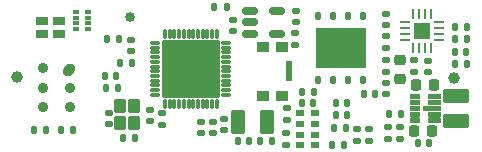
<source format=gbr>
G04 #@! TF.GenerationSoftware,KiCad,Pcbnew,6.0.9-8da3e8f707~116~ubuntu22.04.1*
G04 #@! TF.CreationDate,2022-12-14T18:32:49+01:00*
G04 #@! TF.ProjectId,nRF52832_qfaa,6e524635-3238-4333-925f-716661612e6b,rev?*
G04 #@! TF.SameCoordinates,Original*
G04 #@! TF.FileFunction,Soldermask,Top*
G04 #@! TF.FilePolarity,Negative*
%FSLAX45Y45*%
G04 Gerber Fmt 4.5, Leading zero omitted, Abs format (unit mm)*
G04 Created by KiCad (PCBNEW 6.0.9-8da3e8f707~116~ubuntu22.04.1) date 2022-12-14 18:32:49*
%MOMM*%
%LPD*%
G01*
G04 APERTURE LIST*
G04 Aperture macros list*
%AMRoundRect*
0 Rectangle with rounded corners*
0 $1 Rounding radius*
0 $2 $3 $4 $5 $6 $7 $8 $9 X,Y pos of 4 corners*
0 Add a 4 corners polygon primitive as box body*
4,1,4,$2,$3,$4,$5,$6,$7,$8,$9,$2,$3,0*
0 Add four circle primitives for the rounded corners*
1,1,$1+$1,$2,$3*
1,1,$1+$1,$4,$5*
1,1,$1+$1,$6,$7*
1,1,$1+$1,$8,$9*
0 Add four rect primitives between the rounded corners*
20,1,$1+$1,$2,$3,$4,$5,0*
20,1,$1+$1,$4,$5,$6,$7,0*
20,1,$1+$1,$6,$7,$8,$9,0*
20,1,$1+$1,$8,$9,$2,$3,0*%
%AMHorizOval*
0 Thick line with rounded ends*
0 $1 width*
0 $2 $3 position (X,Y) of the first rounded end (center of the circle)*
0 $4 $5 position (X,Y) of the second rounded end (center of the circle)*
0 Add line between two ends*
20,1,$1,$2,$3,$4,$5,0*
0 Add two circle primitives to create the rounded ends*
1,1,$1,$2,$3*
1,1,$1,$4,$5*%
G04 Aperture macros list end*
%ADD10C,0.010000*%
%ADD11RoundRect,0.101600X-0.425000X0.475000X-0.425000X-0.475000X0.425000X-0.475000X0.425000X0.475000X0*%
%ADD12RoundRect,0.140000X0.170000X-0.140000X0.170000X0.140000X-0.170000X0.140000X-0.170000X-0.140000X0*%
%ADD13RoundRect,0.140000X0.140000X0.170000X-0.140000X0.170000X-0.140000X-0.170000X0.140000X-0.170000X0*%
%ADD14RoundRect,0.140000X-0.170000X0.140000X-0.170000X-0.140000X0.170000X-0.140000X0.170000X0.140000X0*%
%ADD15RoundRect,0.140000X-0.140000X-0.170000X0.140000X-0.170000X0.140000X0.170000X-0.140000X0.170000X0*%
%ADD16RoundRect,0.101600X-0.500000X-0.900000X0.500000X-0.900000X0.500000X0.900000X-0.500000X0.900000X0*%
%ADD17R,1.000000X0.800000*%
%ADD18R,0.500000X0.400000*%
%ADD19R,0.500000X0.300000*%
%ADD20RoundRect,0.147500X0.147500X0.172500X-0.147500X0.172500X-0.147500X-0.172500X0.147500X-0.172500X0*%
%ADD21RoundRect,0.062500X-0.062500X0.375000X-0.062500X-0.375000X0.062500X-0.375000X0.062500X0.375000X0*%
%ADD22RoundRect,0.062500X-0.375000X0.062500X-0.375000X-0.062500X0.375000X-0.062500X0.375000X0.062500X0*%
%ADD23R,1.450000X1.450000*%
%ADD24RoundRect,0.135000X0.135000X0.185000X-0.135000X0.185000X-0.135000X-0.185000X0.135000X-0.185000X0*%
%ADD25RoundRect,0.135000X-0.185000X0.135000X-0.185000X-0.135000X0.185000X-0.135000X0.185000X0.135000X0*%
%ADD26RoundRect,0.218750X-0.256250X0.218750X-0.256250X-0.218750X0.256250X-0.218750X0.256250X0.218750X0*%
%ADD27RoundRect,0.131600X0.295000X0.070000X-0.295000X0.070000X-0.295000X-0.070000X0.295000X-0.070000X0*%
%ADD28RoundRect,0.131600X-0.070000X0.295000X-0.070000X-0.295000X0.070000X-0.295000X0.070000X0.295000X0*%
%ADD29RoundRect,0.131600X-0.295000X-0.070000X0.295000X-0.070000X0.295000X0.070000X-0.295000X0.070000X0*%
%ADD30RoundRect,0.131600X0.070000X-0.295000X0.070000X0.295000X-0.070000X0.295000X-0.070000X-0.295000X0*%
%ADD31RoundRect,0.101600X2.350000X-2.350000X2.350000X2.350000X-2.350000X2.350000X-2.350000X-2.350000X0*%
%ADD32C,1.111200*%
%ADD33C,0.910000*%
%ADD34HorizOval,0.910000X0.100000X0.100000X-0.100000X-0.100000X0*%
%ADD35C,1.000000*%
%ADD36RoundRect,0.125000X-0.125000X0.250000X-0.125000X-0.250000X0.125000X-0.250000X0.125000X0.250000X0*%
%ADD37R,4.300000X3.400000*%
%ADD38RoundRect,0.135000X-0.135000X-0.185000X0.135000X-0.185000X0.135000X0.185000X-0.135000X0.185000X0*%
%ADD39R,1.000000X0.900000*%
%ADD40R,0.550000X1.700000*%
%ADD41RoundRect,0.135000X0.185000X-0.135000X0.185000X0.135000X-0.185000X0.135000X-0.185000X-0.135000X0*%
%ADD42C,0.850000*%
%ADD43RoundRect,0.250000X0.850000X-0.375000X0.850000X0.375000X-0.850000X0.375000X-0.850000X-0.375000X0*%
%ADD44RoundRect,0.225000X0.225000X0.250000X-0.225000X0.250000X-0.225000X-0.250000X0.225000X-0.250000X0*%
%ADD45R,0.800000X0.500000*%
%ADD46RoundRect,0.150000X-0.512500X-0.150000X0.512500X-0.150000X0.512500X0.150000X-0.512500X0.150000X0*%
G04 APERTURE END LIST*
G36*
X6664420Y-3725360D02*
G01*
X6665020Y-3725360D01*
X6665620Y-3725560D01*
X6666220Y-3725660D01*
X6668020Y-3726260D01*
X6668520Y-3726560D01*
X6669120Y-3726860D01*
X6669620Y-3727160D01*
X6670220Y-3727560D01*
X6670720Y-3727960D01*
X6671120Y-3728360D01*
X6671620Y-3728760D01*
X6672020Y-3729260D01*
X6672420Y-3729660D01*
X6672820Y-3730160D01*
X6673220Y-3730760D01*
X6673520Y-3731260D01*
X6673820Y-3731860D01*
X6674120Y-3732360D01*
X6674720Y-3734160D01*
X6674820Y-3734760D01*
X6675020Y-3735360D01*
X6675020Y-3735960D01*
X6675120Y-3736660D01*
X6675120Y-3752860D01*
X6675020Y-3753560D01*
X6675020Y-3754160D01*
X6674820Y-3754760D01*
X6674720Y-3755360D01*
X6674120Y-3757160D01*
X6673820Y-3757660D01*
X6673520Y-3758260D01*
X6673220Y-3758760D01*
X6672820Y-3759360D01*
X6672420Y-3759860D01*
X6672020Y-3760260D01*
X6671620Y-3760760D01*
X6671120Y-3761160D01*
X6670720Y-3761560D01*
X6670220Y-3761960D01*
X6669620Y-3762360D01*
X6669120Y-3762660D01*
X6668520Y-3762960D01*
X6668020Y-3763260D01*
X6666220Y-3763860D01*
X6665620Y-3763960D01*
X6665020Y-3764160D01*
X6664420Y-3764160D01*
X6663720Y-3764260D01*
X6582520Y-3764260D01*
X6581820Y-3764160D01*
X6581220Y-3764160D01*
X6580620Y-3763960D01*
X6580020Y-3763860D01*
X6578220Y-3763260D01*
X6577720Y-3762960D01*
X6577120Y-3762660D01*
X6576620Y-3762360D01*
X6576020Y-3761960D01*
X6575520Y-3761560D01*
X6575120Y-3761160D01*
X6574620Y-3760760D01*
X6574220Y-3760260D01*
X6573820Y-3759860D01*
X6573420Y-3759360D01*
X6573020Y-3758760D01*
X6572720Y-3758260D01*
X6572420Y-3757660D01*
X6572120Y-3757160D01*
X6571520Y-3755360D01*
X6571420Y-3754760D01*
X6571220Y-3754160D01*
X6571220Y-3753560D01*
X6571120Y-3752860D01*
X6571120Y-3736660D01*
X6571220Y-3735960D01*
X6571220Y-3735360D01*
X6571420Y-3734760D01*
X6571520Y-3734160D01*
X6572120Y-3732360D01*
X6572420Y-3731860D01*
X6572720Y-3731260D01*
X6573020Y-3730760D01*
X6573420Y-3730160D01*
X6573820Y-3729660D01*
X6574220Y-3729260D01*
X6574620Y-3728760D01*
X6575120Y-3728360D01*
X6575520Y-3727960D01*
X6576020Y-3727560D01*
X6576620Y-3727160D01*
X6577120Y-3726860D01*
X6577720Y-3726560D01*
X6578220Y-3726260D01*
X6580020Y-3725660D01*
X6580620Y-3725560D01*
X6581220Y-3725360D01*
X6581820Y-3725360D01*
X6582520Y-3725260D01*
X6663720Y-3725260D01*
X6664420Y-3725360D01*
G37*
D10*
X6664420Y-3725360D02*
X6665020Y-3725360D01*
X6665620Y-3725560D01*
X6666220Y-3725660D01*
X6668020Y-3726260D01*
X6668520Y-3726560D01*
X6669120Y-3726860D01*
X6669620Y-3727160D01*
X6670220Y-3727560D01*
X6670720Y-3727960D01*
X6671120Y-3728360D01*
X6671620Y-3728760D01*
X6672020Y-3729260D01*
X6672420Y-3729660D01*
X6672820Y-3730160D01*
X6673220Y-3730760D01*
X6673520Y-3731260D01*
X6673820Y-3731860D01*
X6674120Y-3732360D01*
X6674720Y-3734160D01*
X6674820Y-3734760D01*
X6675020Y-3735360D01*
X6675020Y-3735960D01*
X6675120Y-3736660D01*
X6675120Y-3752860D01*
X6675020Y-3753560D01*
X6675020Y-3754160D01*
X6674820Y-3754760D01*
X6674720Y-3755360D01*
X6674120Y-3757160D01*
X6673820Y-3757660D01*
X6673520Y-3758260D01*
X6673220Y-3758760D01*
X6672820Y-3759360D01*
X6672420Y-3759860D01*
X6672020Y-3760260D01*
X6671620Y-3760760D01*
X6671120Y-3761160D01*
X6670720Y-3761560D01*
X6670220Y-3761960D01*
X6669620Y-3762360D01*
X6669120Y-3762660D01*
X6668520Y-3762960D01*
X6668020Y-3763260D01*
X6666220Y-3763860D01*
X6665620Y-3763960D01*
X6665020Y-3764160D01*
X6664420Y-3764160D01*
X6663720Y-3764260D01*
X6582520Y-3764260D01*
X6581820Y-3764160D01*
X6581220Y-3764160D01*
X6580620Y-3763960D01*
X6580020Y-3763860D01*
X6578220Y-3763260D01*
X6577720Y-3762960D01*
X6577120Y-3762660D01*
X6576620Y-3762360D01*
X6576020Y-3761960D01*
X6575520Y-3761560D01*
X6575120Y-3761160D01*
X6574620Y-3760760D01*
X6574220Y-3760260D01*
X6573820Y-3759860D01*
X6573420Y-3759360D01*
X6573020Y-3758760D01*
X6572720Y-3758260D01*
X6572420Y-3757660D01*
X6572120Y-3757160D01*
X6571520Y-3755360D01*
X6571420Y-3754760D01*
X6571220Y-3754160D01*
X6571220Y-3753560D01*
X6571120Y-3752860D01*
X6571120Y-3736660D01*
X6571220Y-3735960D01*
X6571220Y-3735360D01*
X6571420Y-3734760D01*
X6571520Y-3734160D01*
X6572120Y-3732360D01*
X6572420Y-3731860D01*
X6572720Y-3731260D01*
X6573020Y-3730760D01*
X6573420Y-3730160D01*
X6573820Y-3729660D01*
X6574220Y-3729260D01*
X6574620Y-3728760D01*
X6575120Y-3728360D01*
X6575520Y-3727960D01*
X6576020Y-3727560D01*
X6576620Y-3727160D01*
X6577120Y-3726860D01*
X6577720Y-3726560D01*
X6578220Y-3726260D01*
X6580020Y-3725660D01*
X6580620Y-3725560D01*
X6581220Y-3725360D01*
X6581820Y-3725360D01*
X6582520Y-3725260D01*
X6663720Y-3725260D01*
X6664420Y-3725360D01*
G36*
X6484420Y-3675360D02*
G01*
X6485020Y-3675360D01*
X6485620Y-3675560D01*
X6486220Y-3675660D01*
X6488020Y-3676260D01*
X6488520Y-3676560D01*
X6489120Y-3676860D01*
X6489620Y-3677160D01*
X6490220Y-3677560D01*
X6490720Y-3677960D01*
X6491120Y-3678360D01*
X6491620Y-3678760D01*
X6492020Y-3679260D01*
X6492420Y-3679660D01*
X6492820Y-3680160D01*
X6493220Y-3680760D01*
X6493520Y-3681260D01*
X6493820Y-3681860D01*
X6494120Y-3682360D01*
X6494720Y-3684160D01*
X6494820Y-3684760D01*
X6495020Y-3685360D01*
X6495020Y-3685960D01*
X6495120Y-3686660D01*
X6495120Y-3702860D01*
X6495020Y-3703560D01*
X6495020Y-3704160D01*
X6494820Y-3704760D01*
X6494720Y-3705360D01*
X6494120Y-3707160D01*
X6493820Y-3707660D01*
X6493520Y-3708260D01*
X6493220Y-3708760D01*
X6492820Y-3709360D01*
X6492420Y-3709860D01*
X6492020Y-3710260D01*
X6491620Y-3710760D01*
X6491120Y-3711160D01*
X6490720Y-3711560D01*
X6490220Y-3711960D01*
X6489620Y-3712360D01*
X6489120Y-3712660D01*
X6488520Y-3712960D01*
X6488020Y-3713260D01*
X6486220Y-3713860D01*
X6485620Y-3713960D01*
X6485020Y-3714160D01*
X6484420Y-3714160D01*
X6483720Y-3714260D01*
X6432520Y-3714260D01*
X6431820Y-3714160D01*
X6431220Y-3714160D01*
X6430620Y-3713960D01*
X6430020Y-3713860D01*
X6428220Y-3713260D01*
X6427720Y-3712960D01*
X6427120Y-3712660D01*
X6426620Y-3712360D01*
X6426020Y-3711960D01*
X6425520Y-3711560D01*
X6425120Y-3711160D01*
X6424620Y-3710760D01*
X6424220Y-3710260D01*
X6423820Y-3709860D01*
X6423420Y-3709360D01*
X6423020Y-3708760D01*
X6422720Y-3708260D01*
X6422420Y-3707660D01*
X6422120Y-3707160D01*
X6421520Y-3705360D01*
X6421420Y-3704760D01*
X6421220Y-3704160D01*
X6421220Y-3703560D01*
X6421120Y-3702860D01*
X6421120Y-3686660D01*
X6421220Y-3685960D01*
X6421220Y-3685360D01*
X6421420Y-3684760D01*
X6421520Y-3684160D01*
X6422120Y-3682360D01*
X6422420Y-3681860D01*
X6422720Y-3681260D01*
X6423020Y-3680760D01*
X6423420Y-3680160D01*
X6423820Y-3679660D01*
X6424220Y-3679260D01*
X6424620Y-3678760D01*
X6425120Y-3678360D01*
X6425520Y-3677960D01*
X6426020Y-3677560D01*
X6426620Y-3677160D01*
X6427120Y-3676860D01*
X6427720Y-3676560D01*
X6428220Y-3676260D01*
X6430020Y-3675660D01*
X6430620Y-3675560D01*
X6431220Y-3675360D01*
X6431820Y-3675360D01*
X6432520Y-3675260D01*
X6483720Y-3675260D01*
X6484420Y-3675360D01*
G37*
X6484420Y-3675360D02*
X6485020Y-3675360D01*
X6485620Y-3675560D01*
X6486220Y-3675660D01*
X6488020Y-3676260D01*
X6488520Y-3676560D01*
X6489120Y-3676860D01*
X6489620Y-3677160D01*
X6490220Y-3677560D01*
X6490720Y-3677960D01*
X6491120Y-3678360D01*
X6491620Y-3678760D01*
X6492020Y-3679260D01*
X6492420Y-3679660D01*
X6492820Y-3680160D01*
X6493220Y-3680760D01*
X6493520Y-3681260D01*
X6493820Y-3681860D01*
X6494120Y-3682360D01*
X6494720Y-3684160D01*
X6494820Y-3684760D01*
X6495020Y-3685360D01*
X6495020Y-3685960D01*
X6495120Y-3686660D01*
X6495120Y-3702860D01*
X6495020Y-3703560D01*
X6495020Y-3704160D01*
X6494820Y-3704760D01*
X6494720Y-3705360D01*
X6494120Y-3707160D01*
X6493820Y-3707660D01*
X6493520Y-3708260D01*
X6493220Y-3708760D01*
X6492820Y-3709360D01*
X6492420Y-3709860D01*
X6492020Y-3710260D01*
X6491620Y-3710760D01*
X6491120Y-3711160D01*
X6490720Y-3711560D01*
X6490220Y-3711960D01*
X6489620Y-3712360D01*
X6489120Y-3712660D01*
X6488520Y-3712960D01*
X6488020Y-3713260D01*
X6486220Y-3713860D01*
X6485620Y-3713960D01*
X6485020Y-3714160D01*
X6484420Y-3714160D01*
X6483720Y-3714260D01*
X6432520Y-3714260D01*
X6431820Y-3714160D01*
X6431220Y-3714160D01*
X6430620Y-3713960D01*
X6430020Y-3713860D01*
X6428220Y-3713260D01*
X6427720Y-3712960D01*
X6427120Y-3712660D01*
X6426620Y-3712360D01*
X6426020Y-3711960D01*
X6425520Y-3711560D01*
X6425120Y-3711160D01*
X6424620Y-3710760D01*
X6424220Y-3710260D01*
X6423820Y-3709860D01*
X6423420Y-3709360D01*
X6423020Y-3708760D01*
X6422720Y-3708260D01*
X6422420Y-3707660D01*
X6422120Y-3707160D01*
X6421520Y-3705360D01*
X6421420Y-3704760D01*
X6421220Y-3704160D01*
X6421220Y-3703560D01*
X6421120Y-3702860D01*
X6421120Y-3686660D01*
X6421220Y-3685960D01*
X6421220Y-3685360D01*
X6421420Y-3684760D01*
X6421520Y-3684160D01*
X6422120Y-3682360D01*
X6422420Y-3681860D01*
X6422720Y-3681260D01*
X6423020Y-3680760D01*
X6423420Y-3680160D01*
X6423820Y-3679660D01*
X6424220Y-3679260D01*
X6424620Y-3678760D01*
X6425120Y-3678360D01*
X6425520Y-3677960D01*
X6426020Y-3677560D01*
X6426620Y-3677160D01*
X6427120Y-3676860D01*
X6427720Y-3676560D01*
X6428220Y-3676260D01*
X6430020Y-3675660D01*
X6430620Y-3675560D01*
X6431220Y-3675360D01*
X6431820Y-3675360D01*
X6432520Y-3675260D01*
X6483720Y-3675260D01*
X6484420Y-3675360D01*
G36*
X6484420Y-3725360D02*
G01*
X6485020Y-3725360D01*
X6485620Y-3725560D01*
X6486220Y-3725660D01*
X6488020Y-3726260D01*
X6488520Y-3726560D01*
X6489120Y-3726860D01*
X6489620Y-3727160D01*
X6490220Y-3727560D01*
X6490720Y-3727960D01*
X6491120Y-3728360D01*
X6491620Y-3728760D01*
X6492020Y-3729260D01*
X6492420Y-3729660D01*
X6492820Y-3730160D01*
X6493220Y-3730760D01*
X6493520Y-3731260D01*
X6493820Y-3731860D01*
X6494120Y-3732360D01*
X6494720Y-3734160D01*
X6494820Y-3734760D01*
X6495020Y-3735360D01*
X6495020Y-3735960D01*
X6495120Y-3736660D01*
X6495120Y-3752860D01*
X6495020Y-3753560D01*
X6495020Y-3754160D01*
X6494820Y-3754760D01*
X6494720Y-3755360D01*
X6494120Y-3757160D01*
X6493820Y-3757660D01*
X6493520Y-3758260D01*
X6493220Y-3758760D01*
X6492820Y-3759360D01*
X6492420Y-3759860D01*
X6492020Y-3760260D01*
X6491620Y-3760760D01*
X6491120Y-3761160D01*
X6490720Y-3761560D01*
X6490220Y-3761960D01*
X6489620Y-3762360D01*
X6489120Y-3762660D01*
X6488520Y-3762960D01*
X6488020Y-3763260D01*
X6486220Y-3763860D01*
X6485620Y-3763960D01*
X6485020Y-3764160D01*
X6484420Y-3764160D01*
X6483720Y-3764260D01*
X6432520Y-3764260D01*
X6431820Y-3764160D01*
X6431220Y-3764160D01*
X6430620Y-3763960D01*
X6430020Y-3763860D01*
X6428220Y-3763260D01*
X6427720Y-3762960D01*
X6427120Y-3762660D01*
X6426620Y-3762360D01*
X6426020Y-3761960D01*
X6425520Y-3761560D01*
X6425120Y-3761160D01*
X6424620Y-3760760D01*
X6424220Y-3760260D01*
X6423820Y-3759860D01*
X6423420Y-3759360D01*
X6423020Y-3758760D01*
X6422720Y-3758260D01*
X6422420Y-3757660D01*
X6422120Y-3757160D01*
X6421520Y-3755360D01*
X6421420Y-3754760D01*
X6421220Y-3754160D01*
X6421220Y-3753560D01*
X6421120Y-3752860D01*
X6421120Y-3736660D01*
X6421220Y-3735960D01*
X6421220Y-3735360D01*
X6421420Y-3734760D01*
X6421520Y-3734160D01*
X6422120Y-3732360D01*
X6422420Y-3731860D01*
X6422720Y-3731260D01*
X6423020Y-3730760D01*
X6423420Y-3730160D01*
X6423820Y-3729660D01*
X6424220Y-3729260D01*
X6424620Y-3728760D01*
X6425120Y-3728360D01*
X6425520Y-3727960D01*
X6426020Y-3727560D01*
X6426620Y-3727160D01*
X6427120Y-3726860D01*
X6427720Y-3726560D01*
X6428220Y-3726260D01*
X6430020Y-3725660D01*
X6430620Y-3725560D01*
X6431220Y-3725360D01*
X6431820Y-3725360D01*
X6432520Y-3725260D01*
X6483720Y-3725260D01*
X6484420Y-3725360D01*
G37*
X6484420Y-3725360D02*
X6485020Y-3725360D01*
X6485620Y-3725560D01*
X6486220Y-3725660D01*
X6488020Y-3726260D01*
X6488520Y-3726560D01*
X6489120Y-3726860D01*
X6489620Y-3727160D01*
X6490220Y-3727560D01*
X6490720Y-3727960D01*
X6491120Y-3728360D01*
X6491620Y-3728760D01*
X6492020Y-3729260D01*
X6492420Y-3729660D01*
X6492820Y-3730160D01*
X6493220Y-3730760D01*
X6493520Y-3731260D01*
X6493820Y-3731860D01*
X6494120Y-3732360D01*
X6494720Y-3734160D01*
X6494820Y-3734760D01*
X6495020Y-3735360D01*
X6495020Y-3735960D01*
X6495120Y-3736660D01*
X6495120Y-3752860D01*
X6495020Y-3753560D01*
X6495020Y-3754160D01*
X6494820Y-3754760D01*
X6494720Y-3755360D01*
X6494120Y-3757160D01*
X6493820Y-3757660D01*
X6493520Y-3758260D01*
X6493220Y-3758760D01*
X6492820Y-3759360D01*
X6492420Y-3759860D01*
X6492020Y-3760260D01*
X6491620Y-3760760D01*
X6491120Y-3761160D01*
X6490720Y-3761560D01*
X6490220Y-3761960D01*
X6489620Y-3762360D01*
X6489120Y-3762660D01*
X6488520Y-3762960D01*
X6488020Y-3763260D01*
X6486220Y-3763860D01*
X6485620Y-3763960D01*
X6485020Y-3764160D01*
X6484420Y-3764160D01*
X6483720Y-3764260D01*
X6432520Y-3764260D01*
X6431820Y-3764160D01*
X6431220Y-3764160D01*
X6430620Y-3763960D01*
X6430020Y-3763860D01*
X6428220Y-3763260D01*
X6427720Y-3762960D01*
X6427120Y-3762660D01*
X6426620Y-3762360D01*
X6426020Y-3761960D01*
X6425520Y-3761560D01*
X6425120Y-3761160D01*
X6424620Y-3760760D01*
X6424220Y-3760260D01*
X6423820Y-3759860D01*
X6423420Y-3759360D01*
X6423020Y-3758760D01*
X6422720Y-3758260D01*
X6422420Y-3757660D01*
X6422120Y-3757160D01*
X6421520Y-3755360D01*
X6421420Y-3754760D01*
X6421220Y-3754160D01*
X6421220Y-3753560D01*
X6421120Y-3752860D01*
X6421120Y-3736660D01*
X6421220Y-3735960D01*
X6421220Y-3735360D01*
X6421420Y-3734760D01*
X6421520Y-3734160D01*
X6422120Y-3732360D01*
X6422420Y-3731860D01*
X6422720Y-3731260D01*
X6423020Y-3730760D01*
X6423420Y-3730160D01*
X6423820Y-3729660D01*
X6424220Y-3729260D01*
X6424620Y-3728760D01*
X6425120Y-3728360D01*
X6425520Y-3727960D01*
X6426020Y-3727560D01*
X6426620Y-3727160D01*
X6427120Y-3726860D01*
X6427720Y-3726560D01*
X6428220Y-3726260D01*
X6430020Y-3725660D01*
X6430620Y-3725560D01*
X6431220Y-3725360D01*
X6431820Y-3725360D01*
X6432520Y-3725260D01*
X6483720Y-3725260D01*
X6484420Y-3725360D01*
G36*
X6664420Y-3675360D02*
G01*
X6665020Y-3675360D01*
X6665620Y-3675560D01*
X6666220Y-3675660D01*
X6668020Y-3676260D01*
X6668520Y-3676560D01*
X6669120Y-3676860D01*
X6669620Y-3677160D01*
X6670220Y-3677560D01*
X6670720Y-3677960D01*
X6671120Y-3678360D01*
X6671620Y-3678760D01*
X6672020Y-3679260D01*
X6672420Y-3679660D01*
X6672820Y-3680160D01*
X6673220Y-3680760D01*
X6673520Y-3681260D01*
X6673820Y-3681860D01*
X6674120Y-3682360D01*
X6674720Y-3684160D01*
X6674820Y-3684760D01*
X6675020Y-3685360D01*
X6675020Y-3685960D01*
X6675120Y-3686660D01*
X6675120Y-3702860D01*
X6675020Y-3703560D01*
X6675020Y-3704160D01*
X6674820Y-3704760D01*
X6674720Y-3705360D01*
X6674120Y-3707160D01*
X6673820Y-3707660D01*
X6673520Y-3708260D01*
X6673220Y-3708760D01*
X6672820Y-3709360D01*
X6672420Y-3709860D01*
X6672020Y-3710260D01*
X6671620Y-3710760D01*
X6671120Y-3711160D01*
X6670720Y-3711560D01*
X6670220Y-3711960D01*
X6669620Y-3712360D01*
X6669120Y-3712660D01*
X6668520Y-3712960D01*
X6668020Y-3713260D01*
X6666220Y-3713860D01*
X6665620Y-3713960D01*
X6665020Y-3714160D01*
X6664420Y-3714160D01*
X6663720Y-3714260D01*
X6582520Y-3714260D01*
X6581820Y-3714160D01*
X6581220Y-3714160D01*
X6580620Y-3713960D01*
X6580020Y-3713860D01*
X6578220Y-3713260D01*
X6577720Y-3712960D01*
X6577120Y-3712660D01*
X6576620Y-3712360D01*
X6576020Y-3711960D01*
X6575520Y-3711560D01*
X6575120Y-3711160D01*
X6574620Y-3710760D01*
X6574220Y-3710260D01*
X6573820Y-3709860D01*
X6573420Y-3709360D01*
X6573020Y-3708760D01*
X6572720Y-3708260D01*
X6572420Y-3707660D01*
X6572120Y-3707160D01*
X6571520Y-3705360D01*
X6571420Y-3704760D01*
X6571220Y-3704160D01*
X6571220Y-3703560D01*
X6571120Y-3702860D01*
X6571120Y-3686660D01*
X6571220Y-3685960D01*
X6571220Y-3685360D01*
X6571420Y-3684760D01*
X6571520Y-3684160D01*
X6572120Y-3682360D01*
X6572420Y-3681860D01*
X6572720Y-3681260D01*
X6573020Y-3680760D01*
X6573420Y-3680160D01*
X6573820Y-3679660D01*
X6574220Y-3679260D01*
X6574620Y-3678760D01*
X6575120Y-3678360D01*
X6575520Y-3677960D01*
X6576020Y-3677560D01*
X6576620Y-3677160D01*
X6577120Y-3676860D01*
X6577720Y-3676560D01*
X6578220Y-3676260D01*
X6580020Y-3675660D01*
X6580620Y-3675560D01*
X6581220Y-3675360D01*
X6581820Y-3675360D01*
X6582520Y-3675260D01*
X6663720Y-3675260D01*
X6664420Y-3675360D01*
G37*
X6664420Y-3675360D02*
X6665020Y-3675360D01*
X6665620Y-3675560D01*
X6666220Y-3675660D01*
X6668020Y-3676260D01*
X6668520Y-3676560D01*
X6669120Y-3676860D01*
X6669620Y-3677160D01*
X6670220Y-3677560D01*
X6670720Y-3677960D01*
X6671120Y-3678360D01*
X6671620Y-3678760D01*
X6672020Y-3679260D01*
X6672420Y-3679660D01*
X6672820Y-3680160D01*
X6673220Y-3680760D01*
X6673520Y-3681260D01*
X6673820Y-3681860D01*
X6674120Y-3682360D01*
X6674720Y-3684160D01*
X6674820Y-3684760D01*
X6675020Y-3685360D01*
X6675020Y-3685960D01*
X6675120Y-3686660D01*
X6675120Y-3702860D01*
X6675020Y-3703560D01*
X6675020Y-3704160D01*
X6674820Y-3704760D01*
X6674720Y-3705360D01*
X6674120Y-3707160D01*
X6673820Y-3707660D01*
X6673520Y-3708260D01*
X6673220Y-3708760D01*
X6672820Y-3709360D01*
X6672420Y-3709860D01*
X6672020Y-3710260D01*
X6671620Y-3710760D01*
X6671120Y-3711160D01*
X6670720Y-3711560D01*
X6670220Y-3711960D01*
X6669620Y-3712360D01*
X6669120Y-3712660D01*
X6668520Y-3712960D01*
X6668020Y-3713260D01*
X6666220Y-3713860D01*
X6665620Y-3713960D01*
X6665020Y-3714160D01*
X6664420Y-3714160D01*
X6663720Y-3714260D01*
X6582520Y-3714260D01*
X6581820Y-3714160D01*
X6581220Y-3714160D01*
X6580620Y-3713960D01*
X6580020Y-3713860D01*
X6578220Y-3713260D01*
X6577720Y-3712960D01*
X6577120Y-3712660D01*
X6576620Y-3712360D01*
X6576020Y-3711960D01*
X6575520Y-3711560D01*
X6575120Y-3711160D01*
X6574620Y-3710760D01*
X6574220Y-3710260D01*
X6573820Y-3709860D01*
X6573420Y-3709360D01*
X6573020Y-3708760D01*
X6572720Y-3708260D01*
X6572420Y-3707660D01*
X6572120Y-3707160D01*
X6571520Y-3705360D01*
X6571420Y-3704760D01*
X6571220Y-3704160D01*
X6571220Y-3703560D01*
X6571120Y-3702860D01*
X6571120Y-3686660D01*
X6571220Y-3685960D01*
X6571220Y-3685360D01*
X6571420Y-3684760D01*
X6571520Y-3684160D01*
X6572120Y-3682360D01*
X6572420Y-3681860D01*
X6572720Y-3681260D01*
X6573020Y-3680760D01*
X6573420Y-3680160D01*
X6573820Y-3679660D01*
X6574220Y-3679260D01*
X6574620Y-3678760D01*
X6575120Y-3678360D01*
X6575520Y-3677960D01*
X6576020Y-3677560D01*
X6576620Y-3677160D01*
X6577120Y-3676860D01*
X6577720Y-3676560D01*
X6578220Y-3676260D01*
X6580020Y-3675660D01*
X6580620Y-3675560D01*
X6581220Y-3675360D01*
X6581820Y-3675360D01*
X6582520Y-3675260D01*
X6663720Y-3675260D01*
X6664420Y-3675360D01*
G36*
X6664420Y-3775360D02*
G01*
X6665020Y-3775360D01*
X6665620Y-3775560D01*
X6666220Y-3775660D01*
X6668020Y-3776260D01*
X6668520Y-3776560D01*
X6669120Y-3776860D01*
X6669620Y-3777160D01*
X6670220Y-3777560D01*
X6670720Y-3777960D01*
X6671120Y-3778360D01*
X6671620Y-3778760D01*
X6672020Y-3779260D01*
X6672420Y-3779660D01*
X6672820Y-3780160D01*
X6673220Y-3780760D01*
X6673520Y-3781260D01*
X6673820Y-3781860D01*
X6674120Y-3782360D01*
X6674720Y-3784160D01*
X6674820Y-3784760D01*
X6675020Y-3785360D01*
X6675020Y-3785960D01*
X6675120Y-3786660D01*
X6675120Y-3802860D01*
X6675020Y-3803560D01*
X6675020Y-3804160D01*
X6674820Y-3804760D01*
X6674720Y-3805360D01*
X6674120Y-3807160D01*
X6673820Y-3807660D01*
X6673520Y-3808260D01*
X6673220Y-3808760D01*
X6672820Y-3809360D01*
X6672420Y-3809860D01*
X6672020Y-3810260D01*
X6671620Y-3810760D01*
X6671120Y-3811160D01*
X6670720Y-3811560D01*
X6670220Y-3811960D01*
X6669620Y-3812360D01*
X6669120Y-3812660D01*
X6668520Y-3812960D01*
X6668020Y-3813260D01*
X6666220Y-3813860D01*
X6665620Y-3813960D01*
X6665020Y-3814160D01*
X6664420Y-3814160D01*
X6663720Y-3814260D01*
X6542520Y-3814260D01*
X6541820Y-3814160D01*
X6541220Y-3814160D01*
X6540620Y-3813960D01*
X6540020Y-3813860D01*
X6538220Y-3813260D01*
X6537720Y-3812960D01*
X6537120Y-3812660D01*
X6536620Y-3812360D01*
X6536020Y-3811960D01*
X6535520Y-3811560D01*
X6535120Y-3811160D01*
X6534620Y-3810760D01*
X6534220Y-3810260D01*
X6533820Y-3809860D01*
X6533420Y-3809360D01*
X6533020Y-3808760D01*
X6532720Y-3808260D01*
X6532420Y-3807660D01*
X6532120Y-3807160D01*
X6531520Y-3805360D01*
X6531420Y-3804760D01*
X6531220Y-3804160D01*
X6531220Y-3803560D01*
X6531120Y-3802860D01*
X6531120Y-3786660D01*
X6531220Y-3785960D01*
X6531220Y-3785360D01*
X6531420Y-3784760D01*
X6531520Y-3784160D01*
X6532120Y-3782360D01*
X6532420Y-3781860D01*
X6532720Y-3781260D01*
X6533020Y-3780760D01*
X6533420Y-3780160D01*
X6533820Y-3779660D01*
X6534220Y-3779260D01*
X6534620Y-3778760D01*
X6535120Y-3778360D01*
X6535520Y-3777960D01*
X6536020Y-3777560D01*
X6536620Y-3777160D01*
X6537120Y-3776860D01*
X6537720Y-3776560D01*
X6538220Y-3776260D01*
X6540020Y-3775660D01*
X6540620Y-3775560D01*
X6541220Y-3775360D01*
X6541820Y-3775360D01*
X6542520Y-3775260D01*
X6663720Y-3775260D01*
X6664420Y-3775360D01*
G37*
X6664420Y-3775360D02*
X6665020Y-3775360D01*
X6665620Y-3775560D01*
X6666220Y-3775660D01*
X6668020Y-3776260D01*
X6668520Y-3776560D01*
X6669120Y-3776860D01*
X6669620Y-3777160D01*
X6670220Y-3777560D01*
X6670720Y-3777960D01*
X6671120Y-3778360D01*
X6671620Y-3778760D01*
X6672020Y-3779260D01*
X6672420Y-3779660D01*
X6672820Y-3780160D01*
X6673220Y-3780760D01*
X6673520Y-3781260D01*
X6673820Y-3781860D01*
X6674120Y-3782360D01*
X6674720Y-3784160D01*
X6674820Y-3784760D01*
X6675020Y-3785360D01*
X6675020Y-3785960D01*
X6675120Y-3786660D01*
X6675120Y-3802860D01*
X6675020Y-3803560D01*
X6675020Y-3804160D01*
X6674820Y-3804760D01*
X6674720Y-3805360D01*
X6674120Y-3807160D01*
X6673820Y-3807660D01*
X6673520Y-3808260D01*
X6673220Y-3808760D01*
X6672820Y-3809360D01*
X6672420Y-3809860D01*
X6672020Y-3810260D01*
X6671620Y-3810760D01*
X6671120Y-3811160D01*
X6670720Y-3811560D01*
X6670220Y-3811960D01*
X6669620Y-3812360D01*
X6669120Y-3812660D01*
X6668520Y-3812960D01*
X6668020Y-3813260D01*
X6666220Y-3813860D01*
X6665620Y-3813960D01*
X6665020Y-3814160D01*
X6664420Y-3814160D01*
X6663720Y-3814260D01*
X6542520Y-3814260D01*
X6541820Y-3814160D01*
X6541220Y-3814160D01*
X6540620Y-3813960D01*
X6540020Y-3813860D01*
X6538220Y-3813260D01*
X6537720Y-3812960D01*
X6537120Y-3812660D01*
X6536620Y-3812360D01*
X6536020Y-3811960D01*
X6535520Y-3811560D01*
X6535120Y-3811160D01*
X6534620Y-3810760D01*
X6534220Y-3810260D01*
X6533820Y-3809860D01*
X6533420Y-3809360D01*
X6533020Y-3808760D01*
X6532720Y-3808260D01*
X6532420Y-3807660D01*
X6532120Y-3807160D01*
X6531520Y-3805360D01*
X6531420Y-3804760D01*
X6531220Y-3804160D01*
X6531220Y-3803560D01*
X6531120Y-3802860D01*
X6531120Y-3786660D01*
X6531220Y-3785960D01*
X6531220Y-3785360D01*
X6531420Y-3784760D01*
X6531520Y-3784160D01*
X6532120Y-3782360D01*
X6532420Y-3781860D01*
X6532720Y-3781260D01*
X6533020Y-3780760D01*
X6533420Y-3780160D01*
X6533820Y-3779660D01*
X6534220Y-3779260D01*
X6534620Y-3778760D01*
X6535120Y-3778360D01*
X6535520Y-3777960D01*
X6536020Y-3777560D01*
X6536620Y-3777160D01*
X6537120Y-3776860D01*
X6537720Y-3776560D01*
X6538220Y-3776260D01*
X6540020Y-3775660D01*
X6540620Y-3775560D01*
X6541220Y-3775360D01*
X6541820Y-3775360D01*
X6542520Y-3775260D01*
X6663720Y-3775260D01*
X6664420Y-3775360D01*
G36*
X6484420Y-3775360D02*
G01*
X6485020Y-3775360D01*
X6485620Y-3775560D01*
X6486220Y-3775660D01*
X6488020Y-3776260D01*
X6488520Y-3776560D01*
X6489120Y-3776860D01*
X6489620Y-3777160D01*
X6490220Y-3777560D01*
X6490720Y-3777960D01*
X6491120Y-3778360D01*
X6491620Y-3778760D01*
X6492020Y-3779260D01*
X6492420Y-3779660D01*
X6492820Y-3780160D01*
X6493220Y-3780760D01*
X6493520Y-3781260D01*
X6493820Y-3781860D01*
X6494120Y-3782360D01*
X6494720Y-3784160D01*
X6494820Y-3784760D01*
X6495020Y-3785360D01*
X6495020Y-3785960D01*
X6495120Y-3786660D01*
X6495120Y-3802860D01*
X6495020Y-3803560D01*
X6495020Y-3804160D01*
X6494820Y-3804760D01*
X6494720Y-3805360D01*
X6494120Y-3807160D01*
X6493820Y-3807660D01*
X6493520Y-3808260D01*
X6493220Y-3808760D01*
X6492820Y-3809360D01*
X6492420Y-3809860D01*
X6492020Y-3810260D01*
X6491620Y-3810760D01*
X6491120Y-3811160D01*
X6490720Y-3811560D01*
X6490220Y-3811960D01*
X6489620Y-3812360D01*
X6489120Y-3812660D01*
X6488520Y-3812960D01*
X6488020Y-3813260D01*
X6486220Y-3813860D01*
X6485620Y-3813960D01*
X6485020Y-3814160D01*
X6484420Y-3814160D01*
X6483720Y-3814260D01*
X6432520Y-3814260D01*
X6431820Y-3814160D01*
X6431220Y-3814160D01*
X6430620Y-3813960D01*
X6430020Y-3813860D01*
X6428220Y-3813260D01*
X6427720Y-3812960D01*
X6427120Y-3812660D01*
X6426620Y-3812360D01*
X6426020Y-3811960D01*
X6425520Y-3811560D01*
X6425120Y-3811160D01*
X6424620Y-3810760D01*
X6424220Y-3810260D01*
X6423820Y-3809860D01*
X6423420Y-3809360D01*
X6423020Y-3808760D01*
X6422720Y-3808260D01*
X6422420Y-3807660D01*
X6422120Y-3807160D01*
X6421520Y-3805360D01*
X6421420Y-3804760D01*
X6421220Y-3804160D01*
X6421220Y-3803560D01*
X6421120Y-3802860D01*
X6421120Y-3786660D01*
X6421220Y-3785960D01*
X6421220Y-3785360D01*
X6421420Y-3784760D01*
X6421520Y-3784160D01*
X6422120Y-3782360D01*
X6422420Y-3781860D01*
X6422720Y-3781260D01*
X6423020Y-3780760D01*
X6423420Y-3780160D01*
X6423820Y-3779660D01*
X6424220Y-3779260D01*
X6424620Y-3778760D01*
X6425120Y-3778360D01*
X6425520Y-3777960D01*
X6426020Y-3777560D01*
X6426620Y-3777160D01*
X6427120Y-3776860D01*
X6427720Y-3776560D01*
X6428220Y-3776260D01*
X6430020Y-3775660D01*
X6430620Y-3775560D01*
X6431220Y-3775360D01*
X6431820Y-3775360D01*
X6432520Y-3775260D01*
X6483720Y-3775260D01*
X6484420Y-3775360D01*
G37*
X6484420Y-3775360D02*
X6485020Y-3775360D01*
X6485620Y-3775560D01*
X6486220Y-3775660D01*
X6488020Y-3776260D01*
X6488520Y-3776560D01*
X6489120Y-3776860D01*
X6489620Y-3777160D01*
X6490220Y-3777560D01*
X6490720Y-3777960D01*
X6491120Y-3778360D01*
X6491620Y-3778760D01*
X6492020Y-3779260D01*
X6492420Y-3779660D01*
X6492820Y-3780160D01*
X6493220Y-3780760D01*
X6493520Y-3781260D01*
X6493820Y-3781860D01*
X6494120Y-3782360D01*
X6494720Y-3784160D01*
X6494820Y-3784760D01*
X6495020Y-3785360D01*
X6495020Y-3785960D01*
X6495120Y-3786660D01*
X6495120Y-3802860D01*
X6495020Y-3803560D01*
X6495020Y-3804160D01*
X6494820Y-3804760D01*
X6494720Y-3805360D01*
X6494120Y-3807160D01*
X6493820Y-3807660D01*
X6493520Y-3808260D01*
X6493220Y-3808760D01*
X6492820Y-3809360D01*
X6492420Y-3809860D01*
X6492020Y-3810260D01*
X6491620Y-3810760D01*
X6491120Y-3811160D01*
X6490720Y-3811560D01*
X6490220Y-3811960D01*
X6489620Y-3812360D01*
X6489120Y-3812660D01*
X6488520Y-3812960D01*
X6488020Y-3813260D01*
X6486220Y-3813860D01*
X6485620Y-3813960D01*
X6485020Y-3814160D01*
X6484420Y-3814160D01*
X6483720Y-3814260D01*
X6432520Y-3814260D01*
X6431820Y-3814160D01*
X6431220Y-3814160D01*
X6430620Y-3813960D01*
X6430020Y-3813860D01*
X6428220Y-3813260D01*
X6427720Y-3812960D01*
X6427120Y-3812660D01*
X6426620Y-3812360D01*
X6426020Y-3811960D01*
X6425520Y-3811560D01*
X6425120Y-3811160D01*
X6424620Y-3810760D01*
X6424220Y-3810260D01*
X6423820Y-3809860D01*
X6423420Y-3809360D01*
X6423020Y-3808760D01*
X6422720Y-3808260D01*
X6422420Y-3807660D01*
X6422120Y-3807160D01*
X6421520Y-3805360D01*
X6421420Y-3804760D01*
X6421220Y-3804160D01*
X6421220Y-3803560D01*
X6421120Y-3802860D01*
X6421120Y-3786660D01*
X6421220Y-3785960D01*
X6421220Y-3785360D01*
X6421420Y-3784760D01*
X6421520Y-3784160D01*
X6422120Y-3782360D01*
X6422420Y-3781860D01*
X6422720Y-3781260D01*
X6423020Y-3780760D01*
X6423420Y-3780160D01*
X6423820Y-3779660D01*
X6424220Y-3779260D01*
X6424620Y-3778760D01*
X6425120Y-3778360D01*
X6425520Y-3777960D01*
X6426020Y-3777560D01*
X6426620Y-3777160D01*
X6427120Y-3776860D01*
X6427720Y-3776560D01*
X6428220Y-3776260D01*
X6430020Y-3775660D01*
X6430620Y-3775560D01*
X6431220Y-3775360D01*
X6431820Y-3775360D01*
X6432520Y-3775260D01*
X6483720Y-3775260D01*
X6484420Y-3775360D01*
G36*
X6484420Y-3825360D02*
G01*
X6485020Y-3825360D01*
X6485620Y-3825560D01*
X6486220Y-3825660D01*
X6488020Y-3826260D01*
X6488520Y-3826560D01*
X6489120Y-3826860D01*
X6489620Y-3827160D01*
X6490220Y-3827560D01*
X6490720Y-3827960D01*
X6491120Y-3828360D01*
X6491620Y-3828760D01*
X6492020Y-3829260D01*
X6492420Y-3829660D01*
X6492820Y-3830160D01*
X6493220Y-3830760D01*
X6493520Y-3831260D01*
X6493820Y-3831860D01*
X6494120Y-3832360D01*
X6494720Y-3834160D01*
X6494820Y-3834760D01*
X6495020Y-3835360D01*
X6495020Y-3835960D01*
X6495120Y-3836660D01*
X6495120Y-3852860D01*
X6495020Y-3853560D01*
X6495020Y-3854160D01*
X6494820Y-3854760D01*
X6494720Y-3855360D01*
X6494120Y-3857160D01*
X6493820Y-3857660D01*
X6493520Y-3858260D01*
X6493220Y-3858760D01*
X6492820Y-3859360D01*
X6492420Y-3859860D01*
X6492020Y-3860260D01*
X6491620Y-3860760D01*
X6491120Y-3861160D01*
X6490720Y-3861560D01*
X6490220Y-3861960D01*
X6489620Y-3862360D01*
X6489120Y-3862660D01*
X6488520Y-3862960D01*
X6488020Y-3863260D01*
X6486220Y-3863860D01*
X6485620Y-3863960D01*
X6485020Y-3864160D01*
X6484420Y-3864160D01*
X6483720Y-3864260D01*
X6432520Y-3864260D01*
X6431820Y-3864160D01*
X6431220Y-3864160D01*
X6430620Y-3863960D01*
X6430020Y-3863860D01*
X6428220Y-3863260D01*
X6427720Y-3862960D01*
X6427120Y-3862660D01*
X6426620Y-3862360D01*
X6426020Y-3861960D01*
X6425520Y-3861560D01*
X6425120Y-3861160D01*
X6424620Y-3860760D01*
X6424220Y-3860260D01*
X6423820Y-3859860D01*
X6423420Y-3859360D01*
X6423020Y-3858760D01*
X6422720Y-3858260D01*
X6422420Y-3857660D01*
X6422120Y-3857160D01*
X6421520Y-3855360D01*
X6421420Y-3854760D01*
X6421220Y-3854160D01*
X6421220Y-3853560D01*
X6421120Y-3852860D01*
X6421120Y-3836660D01*
X6421220Y-3835960D01*
X6421220Y-3835360D01*
X6421420Y-3834760D01*
X6421520Y-3834160D01*
X6422120Y-3832360D01*
X6422420Y-3831860D01*
X6422720Y-3831260D01*
X6423020Y-3830760D01*
X6423420Y-3830160D01*
X6423820Y-3829660D01*
X6424220Y-3829260D01*
X6424620Y-3828760D01*
X6425120Y-3828360D01*
X6425520Y-3827960D01*
X6426020Y-3827560D01*
X6426620Y-3827160D01*
X6427120Y-3826860D01*
X6427720Y-3826560D01*
X6428220Y-3826260D01*
X6430020Y-3825660D01*
X6430620Y-3825560D01*
X6431220Y-3825360D01*
X6431820Y-3825360D01*
X6432520Y-3825260D01*
X6483720Y-3825260D01*
X6484420Y-3825360D01*
G37*
X6484420Y-3825360D02*
X6485020Y-3825360D01*
X6485620Y-3825560D01*
X6486220Y-3825660D01*
X6488020Y-3826260D01*
X6488520Y-3826560D01*
X6489120Y-3826860D01*
X6489620Y-3827160D01*
X6490220Y-3827560D01*
X6490720Y-3827960D01*
X6491120Y-3828360D01*
X6491620Y-3828760D01*
X6492020Y-3829260D01*
X6492420Y-3829660D01*
X6492820Y-3830160D01*
X6493220Y-3830760D01*
X6493520Y-3831260D01*
X6493820Y-3831860D01*
X6494120Y-3832360D01*
X6494720Y-3834160D01*
X6494820Y-3834760D01*
X6495020Y-3835360D01*
X6495020Y-3835960D01*
X6495120Y-3836660D01*
X6495120Y-3852860D01*
X6495020Y-3853560D01*
X6495020Y-3854160D01*
X6494820Y-3854760D01*
X6494720Y-3855360D01*
X6494120Y-3857160D01*
X6493820Y-3857660D01*
X6493520Y-3858260D01*
X6493220Y-3858760D01*
X6492820Y-3859360D01*
X6492420Y-3859860D01*
X6492020Y-3860260D01*
X6491620Y-3860760D01*
X6491120Y-3861160D01*
X6490720Y-3861560D01*
X6490220Y-3861960D01*
X6489620Y-3862360D01*
X6489120Y-3862660D01*
X6488520Y-3862960D01*
X6488020Y-3863260D01*
X6486220Y-3863860D01*
X6485620Y-3863960D01*
X6485020Y-3864160D01*
X6484420Y-3864160D01*
X6483720Y-3864260D01*
X6432520Y-3864260D01*
X6431820Y-3864160D01*
X6431220Y-3864160D01*
X6430620Y-3863960D01*
X6430020Y-3863860D01*
X6428220Y-3863260D01*
X6427720Y-3862960D01*
X6427120Y-3862660D01*
X6426620Y-3862360D01*
X6426020Y-3861960D01*
X6425520Y-3861560D01*
X6425120Y-3861160D01*
X6424620Y-3860760D01*
X6424220Y-3860260D01*
X6423820Y-3859860D01*
X6423420Y-3859360D01*
X6423020Y-3858760D01*
X6422720Y-3858260D01*
X6422420Y-3857660D01*
X6422120Y-3857160D01*
X6421520Y-3855360D01*
X6421420Y-3854760D01*
X6421220Y-3854160D01*
X6421220Y-3853560D01*
X6421120Y-3852860D01*
X6421120Y-3836660D01*
X6421220Y-3835960D01*
X6421220Y-3835360D01*
X6421420Y-3834760D01*
X6421520Y-3834160D01*
X6422120Y-3832360D01*
X6422420Y-3831860D01*
X6422720Y-3831260D01*
X6423020Y-3830760D01*
X6423420Y-3830160D01*
X6423820Y-3829660D01*
X6424220Y-3829260D01*
X6424620Y-3828760D01*
X6425120Y-3828360D01*
X6425520Y-3827960D01*
X6426020Y-3827560D01*
X6426620Y-3827160D01*
X6427120Y-3826860D01*
X6427720Y-3826560D01*
X6428220Y-3826260D01*
X6430020Y-3825660D01*
X6430620Y-3825560D01*
X6431220Y-3825360D01*
X6431820Y-3825360D01*
X6432520Y-3825260D01*
X6483720Y-3825260D01*
X6484420Y-3825360D01*
G36*
X6484420Y-3875360D02*
G01*
X6485020Y-3875360D01*
X6485620Y-3875560D01*
X6486220Y-3875660D01*
X6488020Y-3876260D01*
X6488520Y-3876560D01*
X6489120Y-3876860D01*
X6489620Y-3877160D01*
X6490220Y-3877560D01*
X6490720Y-3877960D01*
X6491120Y-3878360D01*
X6491620Y-3878760D01*
X6492020Y-3879260D01*
X6492420Y-3879660D01*
X6492820Y-3880160D01*
X6493220Y-3880760D01*
X6493520Y-3881260D01*
X6493820Y-3881860D01*
X6494120Y-3882360D01*
X6494720Y-3884160D01*
X6494820Y-3884760D01*
X6495020Y-3885360D01*
X6495020Y-3885960D01*
X6495120Y-3886660D01*
X6495120Y-3902860D01*
X6495020Y-3903560D01*
X6495020Y-3904160D01*
X6494820Y-3904760D01*
X6494720Y-3905360D01*
X6494120Y-3907160D01*
X6493820Y-3907660D01*
X6493520Y-3908260D01*
X6493220Y-3908760D01*
X6492820Y-3909360D01*
X6492420Y-3909860D01*
X6492020Y-3910260D01*
X6491620Y-3910760D01*
X6491120Y-3911160D01*
X6490720Y-3911560D01*
X6490220Y-3911960D01*
X6489620Y-3912360D01*
X6489120Y-3912660D01*
X6488520Y-3912960D01*
X6488020Y-3913260D01*
X6486220Y-3913860D01*
X6485620Y-3913960D01*
X6485020Y-3914160D01*
X6484420Y-3914160D01*
X6483720Y-3914260D01*
X6432520Y-3914260D01*
X6431820Y-3914160D01*
X6431220Y-3914160D01*
X6430620Y-3913960D01*
X6430020Y-3913860D01*
X6428220Y-3913260D01*
X6427720Y-3912960D01*
X6427120Y-3912660D01*
X6426620Y-3912360D01*
X6426020Y-3911960D01*
X6425520Y-3911560D01*
X6425120Y-3911160D01*
X6424620Y-3910760D01*
X6424220Y-3910260D01*
X6423820Y-3909860D01*
X6423420Y-3909360D01*
X6423020Y-3908760D01*
X6422720Y-3908260D01*
X6422420Y-3907660D01*
X6422120Y-3907160D01*
X6421520Y-3905360D01*
X6421420Y-3904760D01*
X6421220Y-3904160D01*
X6421220Y-3903560D01*
X6421120Y-3902860D01*
X6421120Y-3886660D01*
X6421220Y-3885960D01*
X6421220Y-3885360D01*
X6421420Y-3884760D01*
X6421520Y-3884160D01*
X6422120Y-3882360D01*
X6422420Y-3881860D01*
X6422720Y-3881260D01*
X6423020Y-3880760D01*
X6423420Y-3880160D01*
X6423820Y-3879660D01*
X6424220Y-3879260D01*
X6424620Y-3878760D01*
X6425120Y-3878360D01*
X6425520Y-3877960D01*
X6426020Y-3877560D01*
X6426620Y-3877160D01*
X6427120Y-3876860D01*
X6427720Y-3876560D01*
X6428220Y-3876260D01*
X6430020Y-3875660D01*
X6430620Y-3875560D01*
X6431220Y-3875360D01*
X6431820Y-3875360D01*
X6432520Y-3875260D01*
X6483720Y-3875260D01*
X6484420Y-3875360D01*
G37*
X6484420Y-3875360D02*
X6485020Y-3875360D01*
X6485620Y-3875560D01*
X6486220Y-3875660D01*
X6488020Y-3876260D01*
X6488520Y-3876560D01*
X6489120Y-3876860D01*
X6489620Y-3877160D01*
X6490220Y-3877560D01*
X6490720Y-3877960D01*
X6491120Y-3878360D01*
X6491620Y-3878760D01*
X6492020Y-3879260D01*
X6492420Y-3879660D01*
X6492820Y-3880160D01*
X6493220Y-3880760D01*
X6493520Y-3881260D01*
X6493820Y-3881860D01*
X6494120Y-3882360D01*
X6494720Y-3884160D01*
X6494820Y-3884760D01*
X6495020Y-3885360D01*
X6495020Y-3885960D01*
X6495120Y-3886660D01*
X6495120Y-3902860D01*
X6495020Y-3903560D01*
X6495020Y-3904160D01*
X6494820Y-3904760D01*
X6494720Y-3905360D01*
X6494120Y-3907160D01*
X6493820Y-3907660D01*
X6493520Y-3908260D01*
X6493220Y-3908760D01*
X6492820Y-3909360D01*
X6492420Y-3909860D01*
X6492020Y-3910260D01*
X6491620Y-3910760D01*
X6491120Y-3911160D01*
X6490720Y-3911560D01*
X6490220Y-3911960D01*
X6489620Y-3912360D01*
X6489120Y-3912660D01*
X6488520Y-3912960D01*
X6488020Y-3913260D01*
X6486220Y-3913860D01*
X6485620Y-3913960D01*
X6485020Y-3914160D01*
X6484420Y-3914160D01*
X6483720Y-3914260D01*
X6432520Y-3914260D01*
X6431820Y-3914160D01*
X6431220Y-3914160D01*
X6430620Y-3913960D01*
X6430020Y-3913860D01*
X6428220Y-3913260D01*
X6427720Y-3912960D01*
X6427120Y-3912660D01*
X6426620Y-3912360D01*
X6426020Y-3911960D01*
X6425520Y-3911560D01*
X6425120Y-3911160D01*
X6424620Y-3910760D01*
X6424220Y-3910260D01*
X6423820Y-3909860D01*
X6423420Y-3909360D01*
X6423020Y-3908760D01*
X6422720Y-3908260D01*
X6422420Y-3907660D01*
X6422120Y-3907160D01*
X6421520Y-3905360D01*
X6421420Y-3904760D01*
X6421220Y-3904160D01*
X6421220Y-3903560D01*
X6421120Y-3902860D01*
X6421120Y-3886660D01*
X6421220Y-3885960D01*
X6421220Y-3885360D01*
X6421420Y-3884760D01*
X6421520Y-3884160D01*
X6422120Y-3882360D01*
X6422420Y-3881860D01*
X6422720Y-3881260D01*
X6423020Y-3880760D01*
X6423420Y-3880160D01*
X6423820Y-3879660D01*
X6424220Y-3879260D01*
X6424620Y-3878760D01*
X6425120Y-3878360D01*
X6425520Y-3877960D01*
X6426020Y-3877560D01*
X6426620Y-3877160D01*
X6427120Y-3876860D01*
X6427720Y-3876560D01*
X6428220Y-3876260D01*
X6430020Y-3875660D01*
X6430620Y-3875560D01*
X6431220Y-3875360D01*
X6431820Y-3875360D01*
X6432520Y-3875260D01*
X6483720Y-3875260D01*
X6484420Y-3875360D01*
G36*
X6664420Y-3875360D02*
G01*
X6665020Y-3875360D01*
X6665620Y-3875560D01*
X6666220Y-3875660D01*
X6668020Y-3876260D01*
X6668520Y-3876560D01*
X6669120Y-3876860D01*
X6669620Y-3877160D01*
X6670220Y-3877560D01*
X6670720Y-3877960D01*
X6671120Y-3878360D01*
X6671620Y-3878760D01*
X6672020Y-3879260D01*
X6672420Y-3879660D01*
X6672820Y-3880160D01*
X6673220Y-3880760D01*
X6673520Y-3881260D01*
X6673820Y-3881860D01*
X6674120Y-3882360D01*
X6674720Y-3884160D01*
X6674820Y-3884760D01*
X6675020Y-3885360D01*
X6675020Y-3885960D01*
X6675120Y-3886660D01*
X6675120Y-3902860D01*
X6675020Y-3903560D01*
X6675020Y-3904160D01*
X6674820Y-3904760D01*
X6674720Y-3905360D01*
X6674120Y-3907160D01*
X6673820Y-3907660D01*
X6673520Y-3908260D01*
X6673220Y-3908760D01*
X6672820Y-3909360D01*
X6672420Y-3909860D01*
X6672020Y-3910260D01*
X6671620Y-3910760D01*
X6671120Y-3911160D01*
X6670720Y-3911560D01*
X6670220Y-3911960D01*
X6669620Y-3912360D01*
X6669120Y-3912660D01*
X6668520Y-3912960D01*
X6668020Y-3913260D01*
X6666220Y-3913860D01*
X6665620Y-3913960D01*
X6665020Y-3914160D01*
X6664420Y-3914160D01*
X6663720Y-3914260D01*
X6582520Y-3914260D01*
X6581820Y-3914160D01*
X6581220Y-3914160D01*
X6580620Y-3913960D01*
X6580020Y-3913860D01*
X6578220Y-3913260D01*
X6577720Y-3912960D01*
X6577120Y-3912660D01*
X6576620Y-3912360D01*
X6576020Y-3911960D01*
X6575520Y-3911560D01*
X6575120Y-3911160D01*
X6574620Y-3910760D01*
X6574220Y-3910260D01*
X6573820Y-3909860D01*
X6573420Y-3909360D01*
X6573020Y-3908760D01*
X6572720Y-3908260D01*
X6572420Y-3907660D01*
X6572120Y-3907160D01*
X6571520Y-3905360D01*
X6571420Y-3904760D01*
X6571220Y-3904160D01*
X6571220Y-3903560D01*
X6571120Y-3902860D01*
X6571120Y-3886660D01*
X6571220Y-3885960D01*
X6571220Y-3885360D01*
X6571420Y-3884760D01*
X6571520Y-3884160D01*
X6572120Y-3882360D01*
X6572420Y-3881860D01*
X6572720Y-3881260D01*
X6573020Y-3880760D01*
X6573420Y-3880160D01*
X6573820Y-3879660D01*
X6574220Y-3879260D01*
X6574620Y-3878760D01*
X6575120Y-3878360D01*
X6575520Y-3877960D01*
X6576020Y-3877560D01*
X6576620Y-3877160D01*
X6577120Y-3876860D01*
X6577720Y-3876560D01*
X6578220Y-3876260D01*
X6580020Y-3875660D01*
X6580620Y-3875560D01*
X6581220Y-3875360D01*
X6581820Y-3875360D01*
X6582520Y-3875260D01*
X6663720Y-3875260D01*
X6664420Y-3875360D01*
G37*
X6664420Y-3875360D02*
X6665020Y-3875360D01*
X6665620Y-3875560D01*
X6666220Y-3875660D01*
X6668020Y-3876260D01*
X6668520Y-3876560D01*
X6669120Y-3876860D01*
X6669620Y-3877160D01*
X6670220Y-3877560D01*
X6670720Y-3877960D01*
X6671120Y-3878360D01*
X6671620Y-3878760D01*
X6672020Y-3879260D01*
X6672420Y-3879660D01*
X6672820Y-3880160D01*
X6673220Y-3880760D01*
X6673520Y-3881260D01*
X6673820Y-3881860D01*
X6674120Y-3882360D01*
X6674720Y-3884160D01*
X6674820Y-3884760D01*
X6675020Y-3885360D01*
X6675020Y-3885960D01*
X6675120Y-3886660D01*
X6675120Y-3902860D01*
X6675020Y-3903560D01*
X6675020Y-3904160D01*
X6674820Y-3904760D01*
X6674720Y-3905360D01*
X6674120Y-3907160D01*
X6673820Y-3907660D01*
X6673520Y-3908260D01*
X6673220Y-3908760D01*
X6672820Y-3909360D01*
X6672420Y-3909860D01*
X6672020Y-3910260D01*
X6671620Y-3910760D01*
X6671120Y-3911160D01*
X6670720Y-3911560D01*
X6670220Y-3911960D01*
X6669620Y-3912360D01*
X6669120Y-3912660D01*
X6668520Y-3912960D01*
X6668020Y-3913260D01*
X6666220Y-3913860D01*
X6665620Y-3913960D01*
X6665020Y-3914160D01*
X6664420Y-3914160D01*
X6663720Y-3914260D01*
X6582520Y-3914260D01*
X6581820Y-3914160D01*
X6581220Y-3914160D01*
X6580620Y-3913960D01*
X6580020Y-3913860D01*
X6578220Y-3913260D01*
X6577720Y-3912960D01*
X6577120Y-3912660D01*
X6576620Y-3912360D01*
X6576020Y-3911960D01*
X6575520Y-3911560D01*
X6575120Y-3911160D01*
X6574620Y-3910760D01*
X6574220Y-3910260D01*
X6573820Y-3909860D01*
X6573420Y-3909360D01*
X6573020Y-3908760D01*
X6572720Y-3908260D01*
X6572420Y-3907660D01*
X6572120Y-3907160D01*
X6571520Y-3905360D01*
X6571420Y-3904760D01*
X6571220Y-3904160D01*
X6571220Y-3903560D01*
X6571120Y-3902860D01*
X6571120Y-3886660D01*
X6571220Y-3885960D01*
X6571220Y-3885360D01*
X6571420Y-3884760D01*
X6571520Y-3884160D01*
X6572120Y-3882360D01*
X6572420Y-3881860D01*
X6572720Y-3881260D01*
X6573020Y-3880760D01*
X6573420Y-3880160D01*
X6573820Y-3879660D01*
X6574220Y-3879260D01*
X6574620Y-3878760D01*
X6575120Y-3878360D01*
X6575520Y-3877960D01*
X6576020Y-3877560D01*
X6576620Y-3877160D01*
X6577120Y-3876860D01*
X6577720Y-3876560D01*
X6578220Y-3876260D01*
X6580020Y-3875660D01*
X6580620Y-3875560D01*
X6581220Y-3875360D01*
X6581820Y-3875360D01*
X6582520Y-3875260D01*
X6663720Y-3875260D01*
X6664420Y-3875360D01*
G36*
X6664420Y-3825360D02*
G01*
X6665020Y-3825360D01*
X6665620Y-3825560D01*
X6666220Y-3825660D01*
X6668020Y-3826260D01*
X6668520Y-3826560D01*
X6669120Y-3826860D01*
X6669620Y-3827160D01*
X6670220Y-3827560D01*
X6670720Y-3827960D01*
X6671120Y-3828360D01*
X6671620Y-3828760D01*
X6672020Y-3829260D01*
X6672420Y-3829660D01*
X6672820Y-3830160D01*
X6673220Y-3830760D01*
X6673520Y-3831260D01*
X6673820Y-3831860D01*
X6674120Y-3832360D01*
X6674720Y-3834160D01*
X6674820Y-3834760D01*
X6675020Y-3835360D01*
X6675020Y-3835960D01*
X6675120Y-3836660D01*
X6675120Y-3852860D01*
X6675020Y-3853560D01*
X6675020Y-3854160D01*
X6674820Y-3854760D01*
X6674720Y-3855360D01*
X6674120Y-3857160D01*
X6673820Y-3857660D01*
X6673520Y-3858260D01*
X6673220Y-3858760D01*
X6672820Y-3859360D01*
X6672420Y-3859860D01*
X6672020Y-3860260D01*
X6671620Y-3860760D01*
X6671120Y-3861160D01*
X6670720Y-3861560D01*
X6670220Y-3861960D01*
X6669620Y-3862360D01*
X6669120Y-3862660D01*
X6668520Y-3862960D01*
X6668020Y-3863260D01*
X6666220Y-3863860D01*
X6665620Y-3863960D01*
X6665020Y-3864160D01*
X6664420Y-3864160D01*
X6663720Y-3864260D01*
X6582520Y-3864260D01*
X6581820Y-3864160D01*
X6581220Y-3864160D01*
X6580620Y-3863960D01*
X6580020Y-3863860D01*
X6578220Y-3863260D01*
X6577720Y-3862960D01*
X6577120Y-3862660D01*
X6576620Y-3862360D01*
X6576020Y-3861960D01*
X6575520Y-3861560D01*
X6575120Y-3861160D01*
X6574620Y-3860760D01*
X6574220Y-3860260D01*
X6573820Y-3859860D01*
X6573420Y-3859360D01*
X6573020Y-3858760D01*
X6572720Y-3858260D01*
X6572420Y-3857660D01*
X6572120Y-3857160D01*
X6571520Y-3855360D01*
X6571420Y-3854760D01*
X6571220Y-3854160D01*
X6571220Y-3853560D01*
X6571120Y-3852860D01*
X6571120Y-3836660D01*
X6571220Y-3835960D01*
X6571220Y-3835360D01*
X6571420Y-3834760D01*
X6571520Y-3834160D01*
X6572120Y-3832360D01*
X6572420Y-3831860D01*
X6572720Y-3831260D01*
X6573020Y-3830760D01*
X6573420Y-3830160D01*
X6573820Y-3829660D01*
X6574220Y-3829260D01*
X6574620Y-3828760D01*
X6575120Y-3828360D01*
X6575520Y-3827960D01*
X6576020Y-3827560D01*
X6576620Y-3827160D01*
X6577120Y-3826860D01*
X6577720Y-3826560D01*
X6578220Y-3826260D01*
X6580020Y-3825660D01*
X6580620Y-3825560D01*
X6581220Y-3825360D01*
X6581820Y-3825360D01*
X6582520Y-3825260D01*
X6663720Y-3825260D01*
X6664420Y-3825360D01*
G37*
X6664420Y-3825360D02*
X6665020Y-3825360D01*
X6665620Y-3825560D01*
X6666220Y-3825660D01*
X6668020Y-3826260D01*
X6668520Y-3826560D01*
X6669120Y-3826860D01*
X6669620Y-3827160D01*
X6670220Y-3827560D01*
X6670720Y-3827960D01*
X6671120Y-3828360D01*
X6671620Y-3828760D01*
X6672020Y-3829260D01*
X6672420Y-3829660D01*
X6672820Y-3830160D01*
X6673220Y-3830760D01*
X6673520Y-3831260D01*
X6673820Y-3831860D01*
X6674120Y-3832360D01*
X6674720Y-3834160D01*
X6674820Y-3834760D01*
X6675020Y-3835360D01*
X6675020Y-3835960D01*
X6675120Y-3836660D01*
X6675120Y-3852860D01*
X6675020Y-3853560D01*
X6675020Y-3854160D01*
X6674820Y-3854760D01*
X6674720Y-3855360D01*
X6674120Y-3857160D01*
X6673820Y-3857660D01*
X6673520Y-3858260D01*
X6673220Y-3858760D01*
X6672820Y-3859360D01*
X6672420Y-3859860D01*
X6672020Y-3860260D01*
X6671620Y-3860760D01*
X6671120Y-3861160D01*
X6670720Y-3861560D01*
X6670220Y-3861960D01*
X6669620Y-3862360D01*
X6669120Y-3862660D01*
X6668520Y-3862960D01*
X6668020Y-3863260D01*
X6666220Y-3863860D01*
X6665620Y-3863960D01*
X6665020Y-3864160D01*
X6664420Y-3864160D01*
X6663720Y-3864260D01*
X6582520Y-3864260D01*
X6581820Y-3864160D01*
X6581220Y-3864160D01*
X6580620Y-3863960D01*
X6580020Y-3863860D01*
X6578220Y-3863260D01*
X6577720Y-3862960D01*
X6577120Y-3862660D01*
X6576620Y-3862360D01*
X6576020Y-3861960D01*
X6575520Y-3861560D01*
X6575120Y-3861160D01*
X6574620Y-3860760D01*
X6574220Y-3860260D01*
X6573820Y-3859860D01*
X6573420Y-3859360D01*
X6573020Y-3858760D01*
X6572720Y-3858260D01*
X6572420Y-3857660D01*
X6572120Y-3857160D01*
X6571520Y-3855360D01*
X6571420Y-3854760D01*
X6571220Y-3854160D01*
X6571220Y-3853560D01*
X6571120Y-3852860D01*
X6571120Y-3836660D01*
X6571220Y-3835960D01*
X6571220Y-3835360D01*
X6571420Y-3834760D01*
X6571520Y-3834160D01*
X6572120Y-3832360D01*
X6572420Y-3831860D01*
X6572720Y-3831260D01*
X6573020Y-3830760D01*
X6573420Y-3830160D01*
X6573820Y-3829660D01*
X6574220Y-3829260D01*
X6574620Y-3828760D01*
X6575120Y-3828360D01*
X6575520Y-3827960D01*
X6576020Y-3827560D01*
X6576620Y-3827160D01*
X6577120Y-3826860D01*
X6577720Y-3826560D01*
X6578220Y-3826260D01*
X6580020Y-3825660D01*
X6580620Y-3825560D01*
X6581220Y-3825360D01*
X6581820Y-3825360D01*
X6582520Y-3825260D01*
X6663720Y-3825260D01*
X6664420Y-3825360D01*
D11*
X3966988Y-3776760D03*
X3966988Y-3921760D03*
X4081988Y-3921760D03*
X4081988Y-3776760D03*
D12*
X4055984Y-3312160D03*
X4055984Y-3216160D03*
D13*
X4088484Y-4048760D03*
X3992484Y-4048760D03*
D14*
X3872088Y-3838460D03*
X3872088Y-3934460D03*
D15*
X3967084Y-3413760D03*
X4063084Y-3413760D03*
D12*
X4848860Y-3982460D03*
X4848860Y-3886460D03*
X4919584Y-3144260D03*
X4919584Y-3048260D03*
D14*
X4214988Y-3810260D03*
X4214988Y-3906260D03*
D13*
X3932788Y-3528060D03*
X3836788Y-3528060D03*
X3945488Y-3629660D03*
X3849488Y-3629660D03*
D14*
X4754484Y-3911860D03*
X4754484Y-4007860D03*
X4652884Y-3911860D03*
X4652884Y-4007860D03*
D16*
X4962620Y-3912496D03*
X5212620Y-3912496D03*
D13*
X5059420Y-4075796D03*
X4963420Y-4075796D03*
D15*
X5153920Y-4075796D03*
X5249920Y-4075796D03*
D17*
X3302184Y-3062596D03*
X3452184Y-3062596D03*
X3452184Y-3172596D03*
X3302184Y-3172596D03*
D18*
X3693884Y-3129096D03*
D19*
X3693884Y-3079096D03*
X3693884Y-3029096D03*
D18*
X3693884Y-2979096D03*
X3593884Y-2979096D03*
D19*
X3593884Y-3029096D03*
X3593884Y-3079096D03*
D18*
X3593884Y-3129096D03*
D12*
X6215380Y-3680200D03*
X6215380Y-3584200D03*
D13*
X6123680Y-3680460D03*
X6027680Y-3680460D03*
D15*
X3468884Y-3981196D03*
X3564884Y-3981196D03*
D13*
X5888984Y-3756660D03*
X5792984Y-3756660D03*
D20*
X5889484Y-3858260D03*
X5792484Y-3858260D03*
D21*
X6595580Y-3000770D03*
X6545580Y-3000770D03*
X6495580Y-3000770D03*
X6445580Y-3000770D03*
D22*
X6376830Y-3069520D03*
X6376830Y-3119520D03*
X6376830Y-3169520D03*
X6376830Y-3219520D03*
D21*
X6445580Y-3288270D03*
X6495580Y-3288270D03*
X6545580Y-3288270D03*
X6595580Y-3288270D03*
D22*
X6664330Y-3219520D03*
X6664330Y-3169520D03*
X6664330Y-3119520D03*
X6664330Y-3069520D03*
D23*
X6520580Y-3144520D03*
D24*
X6901380Y-3214460D03*
X6799380Y-3214460D03*
D14*
X6215380Y-2997460D03*
X6215380Y-3093460D03*
D25*
X6456680Y-3390700D03*
X6456680Y-3492700D03*
X6215380Y-3388160D03*
X6215380Y-3490160D03*
D24*
X6901380Y-3112860D03*
X6799380Y-3112860D03*
D25*
X6215380Y-3184760D03*
X6215380Y-3286760D03*
D26*
X6337300Y-3390890D03*
X6337300Y-3548390D03*
D27*
X4865584Y-3684560D03*
X4865584Y-3644560D03*
X4865584Y-3604560D03*
X4865584Y-3564560D03*
X4865584Y-3524560D03*
X4865584Y-3484560D03*
X4865584Y-3444560D03*
X4865584Y-3404560D03*
X4865584Y-3364560D03*
X4865584Y-3324560D03*
X4865584Y-3284560D03*
X4865584Y-3244560D03*
D28*
X4785584Y-3164560D03*
X4745584Y-3164560D03*
X4705584Y-3164560D03*
X4665584Y-3164560D03*
X4625584Y-3164560D03*
X4585584Y-3164560D03*
X4545584Y-3164560D03*
X4505584Y-3164560D03*
X4465584Y-3164560D03*
X4425584Y-3164560D03*
X4385584Y-3164560D03*
X4345584Y-3164560D03*
D29*
X4265584Y-3244560D03*
X4265584Y-3284560D03*
X4265584Y-3324560D03*
X4265584Y-3364560D03*
X4265584Y-3404560D03*
X4265584Y-3444560D03*
X4265584Y-3484560D03*
X4265584Y-3524560D03*
X4265584Y-3564560D03*
X4265584Y-3604560D03*
X4265584Y-3644560D03*
X4265584Y-3684560D03*
D30*
X4345584Y-3764560D03*
X4385584Y-3764560D03*
X4425584Y-3764560D03*
X4465584Y-3764560D03*
X4505584Y-3764560D03*
X4545584Y-3764560D03*
X4585584Y-3764560D03*
X4625584Y-3764560D03*
X4665584Y-3764560D03*
X4705584Y-3764560D03*
X4745584Y-3764560D03*
X4785584Y-3764560D03*
D31*
X4565584Y-3464560D03*
D32*
X4745584Y-3644560D03*
X4745584Y-3524560D03*
X4745584Y-3404560D03*
X4745584Y-3284560D03*
X4625584Y-3644560D03*
X4625584Y-3524560D03*
X4625584Y-3404560D03*
X4625584Y-3284560D03*
X4505584Y-3644560D03*
X4505584Y-3524560D03*
X4505584Y-3404560D03*
X4505584Y-3284560D03*
X4385584Y-3644560D03*
X4385584Y-3524560D03*
X4385584Y-3404560D03*
X4385584Y-3284560D03*
D33*
X3310984Y-3460596D03*
X3310984Y-3625596D03*
X3310984Y-3790596D03*
X3544984Y-3790596D03*
X3544984Y-3625596D03*
D34*
X3534984Y-3470596D03*
D35*
X3096280Y-3533460D03*
D36*
X6024880Y-3016760D03*
X5897880Y-3016760D03*
X5770880Y-3016760D03*
X5643880Y-3016760D03*
X5643880Y-3556760D03*
X5770880Y-3556760D03*
X5897880Y-3556760D03*
X6024880Y-3556760D03*
D37*
X5834380Y-3286760D03*
D13*
X6898380Y-3320060D03*
X6802380Y-3320060D03*
D38*
X6801920Y-3421380D03*
X6903920Y-3421380D03*
D35*
X6789420Y-3540760D03*
D15*
X3858384Y-3210560D03*
X3954384Y-3210560D03*
D20*
X3336784Y-3981196D03*
X3239784Y-3981196D03*
D39*
X5336784Y-3280896D03*
X5176784Y-3280896D03*
X5176784Y-3690896D03*
X5336784Y-3690896D03*
D40*
X5399284Y-3485896D03*
D41*
X6230620Y-4059120D03*
X6230620Y-3957120D03*
D42*
X4051300Y-3022600D03*
D25*
X4316588Y-3841296D03*
X4316588Y-3943296D03*
D24*
X5859980Y-4104640D03*
X5757980Y-4104640D03*
D15*
X5506980Y-3751580D03*
X5602980Y-3751580D03*
D24*
X5880300Y-3967480D03*
X5778300Y-3967480D03*
D14*
X5974080Y-3975360D03*
X5974080Y-4071360D03*
D25*
X5369560Y-4007920D03*
X5369560Y-4109920D03*
D41*
X5443220Y-3259020D03*
X5443220Y-3157020D03*
D13*
X6583420Y-4091940D03*
X6487420Y-4091940D03*
D43*
X6812280Y-3904800D03*
X6812280Y-3689800D03*
D41*
X6332220Y-4056580D03*
X6332220Y-3954580D03*
D14*
X5379720Y-3797560D03*
X5379720Y-3893560D03*
D44*
X6609080Y-3987800D03*
X6454080Y-3987800D03*
X6623080Y-3601720D03*
X6468080Y-3601720D03*
D14*
X6573520Y-3396240D03*
X6573520Y-3492240D03*
D38*
X6243120Y-3845560D03*
X6345120Y-3845560D03*
D24*
X4866840Y-2941320D03*
X4764840Y-2941320D03*
D45*
X5612440Y-4110100D03*
X5612440Y-4020100D03*
X5612440Y-3930100D03*
X5612440Y-3840100D03*
X5492440Y-3840100D03*
X5492440Y-3930100D03*
X5492440Y-4020100D03*
X5492440Y-4110100D03*
D46*
X5067850Y-2975860D03*
X5067850Y-3070860D03*
X5067850Y-3165860D03*
X5295350Y-3165860D03*
X5295350Y-2975860D03*
D14*
X5458460Y-2974600D03*
X5458460Y-3070600D03*
D38*
X5506320Y-3657600D03*
X5608320Y-3657600D03*
D25*
X6070600Y-3972360D03*
X6070600Y-4074360D03*
M02*

</source>
